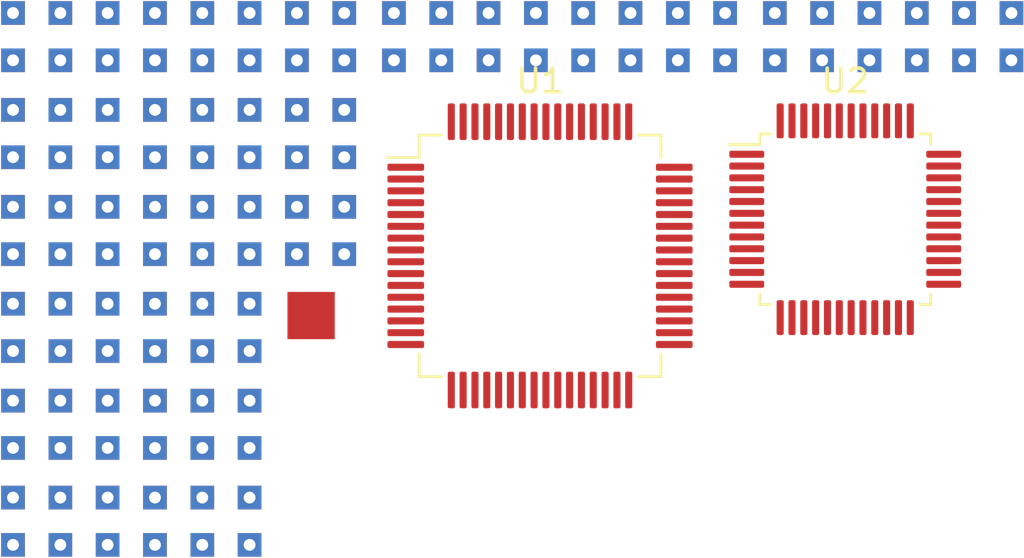
<source format=kicad_pcb>
(kicad_pcb (version 20171130) (host pcbnew 5.1.8)

  (general
    (thickness 1)
    (drawings 0)
    (tracks 0)
    (zones 0)
    (modules 11)
    (nets 114)
  )

  (page A4)
  (title_block
    (title "LQFP64-STM32-CLAMP PCB")
    (date 2020-11-13)
    (rev v0.1)
    (company sceext)
  )

  (layers
    (0 F.Cu mixed)
    (31 B.Cu mixed)
    (32 B.Adhes user)
    (33 F.Adhes user)
    (34 B.Paste user)
    (35 F.Paste user)
    (36 B.SilkS user)
    (37 F.SilkS user)
    (38 B.Mask user)
    (39 F.Mask user)
    (40 Dwgs.User user)
    (41 Cmts.User user)
    (42 Eco1.User user)
    (43 Eco2.User user)
    (44 Edge.Cuts user)
    (45 Margin user)
    (46 B.CrtYd user)
    (47 F.CrtYd user)
    (48 B.Fab user)
    (49 F.Fab user)
  )

  (setup
    (last_trace_width 0.16)
    (user_trace_width 0.2)
    (user_trace_width 0.3)
    (user_trace_width 0.4)
    (user_trace_width 0.5)
    (user_trace_width 1)
    (trace_clearance 0.16)
    (zone_clearance 0.508)
    (zone_45_only no)
    (trace_min 0.16)
    (via_size 0.6)
    (via_drill 0.3)
    (via_min_size 0.6)
    (via_min_drill 0.3)
    (user_via 0.6 0.3)
    (user_via 0.8 0.4)
    (user_via 1 0.5)
    (uvia_size 0.59)
    (uvia_drill 0.29)
    (uvias_allowed no)
    (uvia_min_size 0.59)
    (uvia_min_drill 0.29)
    (edge_width 1)
    (segment_width 0.16)
    (pcb_text_width 0.12)
    (pcb_text_size 0.5 1)
    (mod_edge_width 0.16)
    (mod_text_size 0.5 1)
    (mod_text_width 0.12)
    (pad_size 1.524 1.524)
    (pad_drill 0.762)
    (pad_to_mask_clearance 0)
    (aux_axis_origin 114 75)
    (grid_origin 120.5 64.5)
    (visible_elements FFFDFF7F)
    (pcbplotparams
      (layerselection 0x010fc_ffffffff)
      (usegerberextensions false)
      (usegerberattributes true)
      (usegerberadvancedattributes true)
      (creategerberjobfile true)
      (excludeedgelayer true)
      (linewidth 0.100000)
      (plotframeref false)
      (viasonmask false)
      (mode 1)
      (useauxorigin false)
      (hpglpennumber 1)
      (hpglpenspeed 20)
      (hpglpendiameter 15.000000)
      (psnegative false)
      (psa4output false)
      (plotreference true)
      (plotvalue true)
      (plotinvisibletext false)
      (padsonsilk false)
      (subtractmaskfromsilk false)
      (outputformat 1)
      (mirror false)
      (drillshape 1)
      (scaleselection 1)
      (outputdirectory ""))
  )

  (net 0 "")
  (net 1 GND)
  (net 2 /P116)
  (net 3 /P115)
  (net 4 /P114)
  (net 5 /P113)
  (net 6 /P112)
  (net 7 /P111)
  (net 8 /P110)
  (net 9 /P109)
  (net 10 /P108)
  (net 11 /P107)
  (net 12 /P106)
  (net 13 /P105)
  (net 14 /P104)
  (net 15 /P103)
  (net 16 /P102)
  (net 17 /P101)
  (net 18 /P132)
  (net 19 /P131)
  (net 20 /P130)
  (net 21 /P129)
  (net 22 /P128)
  (net 23 /P127)
  (net 24 /P126)
  (net 25 /P125)
  (net 26 /P124)
  (net 27 /P123)
  (net 28 /P122)
  (net 29 /P121)
  (net 30 /P120)
  (net 31 /P119)
  (net 32 /P118)
  (net 33 /P117)
  (net 34 /P148)
  (net 35 /P147)
  (net 36 /P146)
  (net 37 /P145)
  (net 38 /P144)
  (net 39 /P143)
  (net 40 /P142)
  (net 41 /P141)
  (net 42 /P140)
  (net 43 /P139)
  (net 44 /P138)
  (net 45 /P137)
  (net 46 /P136)
  (net 47 /P135)
  (net 48 /P134)
  (net 49 /P133)
  (net 50 /P164)
  (net 51 /P163)
  (net 52 /P162)
  (net 53 /P161)
  (net 54 /P160)
  (net 55 /P159)
  (net 56 /P158)
  (net 57 /P157)
  (net 58 /P156)
  (net 59 /P155)
  (net 60 /P154)
  (net 61 /P153)
  (net 62 /P152)
  (net 63 /P151)
  (net 64 /P150)
  (net 65 /P149)
  (net 66 /P212)
  (net 67 /P211)
  (net 68 /P210)
  (net 69 /P209)
  (net 70 /P208)
  (net 71 /P207)
  (net 72 /P206)
  (net 73 /P205)
  (net 74 /P204)
  (net 75 /P203)
  (net 76 /P202)
  (net 77 /P201)
  (net 78 /P224)
  (net 79 /P223)
  (net 80 /P222)
  (net 81 /P221)
  (net 82 /P220)
  (net 83 /P219)
  (net 84 /P218)
  (net 85 /P217)
  (net 86 /P216)
  (net 87 /P215)
  (net 88 /P214)
  (net 89 /P213)
  (net 90 /P236)
  (net 91 /P235)
  (net 92 /P234)
  (net 93 /P233)
  (net 94 /P232)
  (net 95 /P231)
  (net 96 /P230)
  (net 97 /P229)
  (net 98 /P228)
  (net 99 /P227)
  (net 100 /P226)
  (net 101 /P225)
  (net 102 /P248)
  (net 103 /P247)
  (net 104 /P246)
  (net 105 /P245)
  (net 106 /P244)
  (net 107 /P243)
  (net 108 /P242)
  (net 109 /P241)
  (net 110 /P240)
  (net 111 /P239)
  (net 112 /P238)
  (net 113 /P237)

  (net_class Default "This is the default net class."
    (clearance 0.16)
    (trace_width 0.16)
    (via_dia 0.6)
    (via_drill 0.3)
    (uvia_dia 0.59)
    (uvia_drill 0.29)
    (diff_pair_width 0.16)
    (diff_pair_gap 0.16)
    (add_net /P101)
    (add_net /P102)
    (add_net /P103)
    (add_net /P104)
    (add_net /P105)
    (add_net /P106)
    (add_net /P107)
    (add_net /P108)
    (add_net /P109)
    (add_net /P110)
    (add_net /P111)
    (add_net /P112)
    (add_net /P113)
    (add_net /P114)
    (add_net /P115)
    (add_net /P116)
    (add_net /P117)
    (add_net /P118)
    (add_net /P119)
    (add_net /P120)
    (add_net /P121)
    (add_net /P122)
    (add_net /P123)
    (add_net /P124)
    (add_net /P125)
    (add_net /P126)
    (add_net /P127)
    (add_net /P128)
    (add_net /P129)
    (add_net /P130)
    (add_net /P131)
    (add_net /P132)
    (add_net /P133)
    (add_net /P134)
    (add_net /P135)
    (add_net /P136)
    (add_net /P137)
    (add_net /P138)
    (add_net /P139)
    (add_net /P140)
    (add_net /P141)
    (add_net /P142)
    (add_net /P143)
    (add_net /P144)
    (add_net /P145)
    (add_net /P146)
    (add_net /P147)
    (add_net /P148)
    (add_net /P149)
    (add_net /P150)
    (add_net /P151)
    (add_net /P152)
    (add_net /P153)
    (add_net /P154)
    (add_net /P155)
    (add_net /P156)
    (add_net /P157)
    (add_net /P158)
    (add_net /P159)
    (add_net /P160)
    (add_net /P161)
    (add_net /P162)
    (add_net /P163)
    (add_net /P164)
    (add_net /P201)
    (add_net /P202)
    (add_net /P203)
    (add_net /P204)
    (add_net /P205)
    (add_net /P206)
    (add_net /P207)
    (add_net /P208)
    (add_net /P209)
    (add_net /P210)
    (add_net /P211)
    (add_net /P212)
    (add_net /P213)
    (add_net /P214)
    (add_net /P215)
    (add_net /P216)
    (add_net /P217)
    (add_net /P218)
    (add_net /P219)
    (add_net /P220)
    (add_net /P221)
    (add_net /P222)
    (add_net /P223)
    (add_net /P224)
    (add_net /P225)
    (add_net /P226)
    (add_net /P227)
    (add_net /P228)
    (add_net /P229)
    (add_net /P230)
    (add_net /P231)
    (add_net /P232)
    (add_net /P233)
    (add_net /P234)
    (add_net /P235)
    (add_net /P236)
    (add_net /P237)
    (add_net /P238)
    (add_net /P239)
    (add_net /P240)
    (add_net /P241)
    (add_net /P242)
    (add_net /P243)
    (add_net /P244)
    (add_net /P245)
    (add_net /P246)
    (add_net /P247)
    (add_net /P248)
    (add_net GND)
  )

  (module Package_QFP:LQFP-48_7x7mm_P0.5mm (layer F.Cu) (tedit 5D9F72AF) (tstamp 5FADCF5A)
    (at 164.075 86.425)
    (descr "LQFP, 48 Pin (https://www.analog.com/media/en/technical-documentation/data-sheets/ltc2358-16.pdf), generated with kicad-footprint-generator ipc_gullwing_generator.py")
    (tags "LQFP QFP")
    (path /5FADB027)
    (attr smd)
    (fp_text reference U2 (at 0 -5.85) (layer F.SilkS)
      (effects (font (size 1 1) (thickness 0.15)))
    )
    (fp_text value STM32F103C8Tx (at 0 5.85) (layer F.Fab)
      (effects (font (size 1 1) (thickness 0.15)))
    )
    (fp_text user %R (at 0 0) (layer F.Fab)
      (effects (font (size 1 1) (thickness 0.15)))
    )
    (fp_line (start 3.16 3.61) (end 3.61 3.61) (layer F.SilkS) (width 0.12))
    (fp_line (start 3.61 3.61) (end 3.61 3.16) (layer F.SilkS) (width 0.12))
    (fp_line (start -3.16 3.61) (end -3.61 3.61) (layer F.SilkS) (width 0.12))
    (fp_line (start -3.61 3.61) (end -3.61 3.16) (layer F.SilkS) (width 0.12))
    (fp_line (start 3.16 -3.61) (end 3.61 -3.61) (layer F.SilkS) (width 0.12))
    (fp_line (start 3.61 -3.61) (end 3.61 -3.16) (layer F.SilkS) (width 0.12))
    (fp_line (start -3.16 -3.61) (end -3.61 -3.61) (layer F.SilkS) (width 0.12))
    (fp_line (start -3.61 -3.61) (end -3.61 -3.16) (layer F.SilkS) (width 0.12))
    (fp_line (start -3.61 -3.16) (end -4.9 -3.16) (layer F.SilkS) (width 0.12))
    (fp_line (start -2.5 -3.5) (end 3.5 -3.5) (layer F.Fab) (width 0.1))
    (fp_line (start 3.5 -3.5) (end 3.5 3.5) (layer F.Fab) (width 0.1))
    (fp_line (start 3.5 3.5) (end -3.5 3.5) (layer F.Fab) (width 0.1))
    (fp_line (start -3.5 3.5) (end -3.5 -2.5) (layer F.Fab) (width 0.1))
    (fp_line (start -3.5 -2.5) (end -2.5 -3.5) (layer F.Fab) (width 0.1))
    (fp_line (start 0 -5.15) (end -3.15 -5.15) (layer F.CrtYd) (width 0.05))
    (fp_line (start -3.15 -5.15) (end -3.15 -3.75) (layer F.CrtYd) (width 0.05))
    (fp_line (start -3.15 -3.75) (end -3.75 -3.75) (layer F.CrtYd) (width 0.05))
    (fp_line (start -3.75 -3.75) (end -3.75 -3.15) (layer F.CrtYd) (width 0.05))
    (fp_line (start -3.75 -3.15) (end -5.15 -3.15) (layer F.CrtYd) (width 0.05))
    (fp_line (start -5.15 -3.15) (end -5.15 0) (layer F.CrtYd) (width 0.05))
    (fp_line (start 0 -5.15) (end 3.15 -5.15) (layer F.CrtYd) (width 0.05))
    (fp_line (start 3.15 -5.15) (end 3.15 -3.75) (layer F.CrtYd) (width 0.05))
    (fp_line (start 3.15 -3.75) (end 3.75 -3.75) (layer F.CrtYd) (width 0.05))
    (fp_line (start 3.75 -3.75) (end 3.75 -3.15) (layer F.CrtYd) (width 0.05))
    (fp_line (start 3.75 -3.15) (end 5.15 -3.15) (layer F.CrtYd) (width 0.05))
    (fp_line (start 5.15 -3.15) (end 5.15 0) (layer F.CrtYd) (width 0.05))
    (fp_line (start 0 5.15) (end -3.15 5.15) (layer F.CrtYd) (width 0.05))
    (fp_line (start -3.15 5.15) (end -3.15 3.75) (layer F.CrtYd) (width 0.05))
    (fp_line (start -3.15 3.75) (end -3.75 3.75) (layer F.CrtYd) (width 0.05))
    (fp_line (start -3.75 3.75) (end -3.75 3.15) (layer F.CrtYd) (width 0.05))
    (fp_line (start -3.75 3.15) (end -5.15 3.15) (layer F.CrtYd) (width 0.05))
    (fp_line (start -5.15 3.15) (end -5.15 0) (layer F.CrtYd) (width 0.05))
    (fp_line (start 0 5.15) (end 3.15 5.15) (layer F.CrtYd) (width 0.05))
    (fp_line (start 3.15 5.15) (end 3.15 3.75) (layer F.CrtYd) (width 0.05))
    (fp_line (start 3.15 3.75) (end 3.75 3.75) (layer F.CrtYd) (width 0.05))
    (fp_line (start 3.75 3.75) (end 3.75 3.15) (layer F.CrtYd) (width 0.05))
    (fp_line (start 3.75 3.15) (end 5.15 3.15) (layer F.CrtYd) (width 0.05))
    (fp_line (start 5.15 3.15) (end 5.15 0) (layer F.CrtYd) (width 0.05))
    (pad 48 smd roundrect (at -2.75 -4.1625) (size 0.3 1.475) (layers F.Cu F.Paste F.Mask) (roundrect_rratio 0.25)
      (net 102 /P248))
    (pad 47 smd roundrect (at -2.25 -4.1625) (size 0.3 1.475) (layers F.Cu F.Paste F.Mask) (roundrect_rratio 0.25)
      (net 103 /P247))
    (pad 46 smd roundrect (at -1.75 -4.1625) (size 0.3 1.475) (layers F.Cu F.Paste F.Mask) (roundrect_rratio 0.25)
      (net 104 /P246))
    (pad 45 smd roundrect (at -1.25 -4.1625) (size 0.3 1.475) (layers F.Cu F.Paste F.Mask) (roundrect_rratio 0.25)
      (net 105 /P245))
    (pad 44 smd roundrect (at -0.75 -4.1625) (size 0.3 1.475) (layers F.Cu F.Paste F.Mask) (roundrect_rratio 0.25)
      (net 106 /P244))
    (pad 43 smd roundrect (at -0.25 -4.1625) (size 0.3 1.475) (layers F.Cu F.Paste F.Mask) (roundrect_rratio 0.25)
      (net 107 /P243))
    (pad 42 smd roundrect (at 0.25 -4.1625) (size 0.3 1.475) (layers F.Cu F.Paste F.Mask) (roundrect_rratio 0.25)
      (net 108 /P242))
    (pad 41 smd roundrect (at 0.75 -4.1625) (size 0.3 1.475) (layers F.Cu F.Paste F.Mask) (roundrect_rratio 0.25)
      (net 109 /P241))
    (pad 40 smd roundrect (at 1.25 -4.1625) (size 0.3 1.475) (layers F.Cu F.Paste F.Mask) (roundrect_rratio 0.25)
      (net 110 /P240))
    (pad 39 smd roundrect (at 1.75 -4.1625) (size 0.3 1.475) (layers F.Cu F.Paste F.Mask) (roundrect_rratio 0.25)
      (net 111 /P239))
    (pad 38 smd roundrect (at 2.25 -4.1625) (size 0.3 1.475) (layers F.Cu F.Paste F.Mask) (roundrect_rratio 0.25)
      (net 112 /P238))
    (pad 37 smd roundrect (at 2.75 -4.1625) (size 0.3 1.475) (layers F.Cu F.Paste F.Mask) (roundrect_rratio 0.25)
      (net 113 /P237))
    (pad 36 smd roundrect (at 4.1625 -2.75) (size 1.475 0.3) (layers F.Cu F.Paste F.Mask) (roundrect_rratio 0.25)
      (net 90 /P236))
    (pad 35 smd roundrect (at 4.1625 -2.25) (size 1.475 0.3) (layers F.Cu F.Paste F.Mask) (roundrect_rratio 0.25)
      (net 91 /P235))
    (pad 34 smd roundrect (at 4.1625 -1.75) (size 1.475 0.3) (layers F.Cu F.Paste F.Mask) (roundrect_rratio 0.25)
      (net 92 /P234))
    (pad 33 smd roundrect (at 4.1625 -1.25) (size 1.475 0.3) (layers F.Cu F.Paste F.Mask) (roundrect_rratio 0.25)
      (net 93 /P233))
    (pad 32 smd roundrect (at 4.1625 -0.75) (size 1.475 0.3) (layers F.Cu F.Paste F.Mask) (roundrect_rratio 0.25)
      (net 94 /P232))
    (pad 31 smd roundrect (at 4.1625 -0.25) (size 1.475 0.3) (layers F.Cu F.Paste F.Mask) (roundrect_rratio 0.25)
      (net 95 /P231))
    (pad 30 smd roundrect (at 4.1625 0.25) (size 1.475 0.3) (layers F.Cu F.Paste F.Mask) (roundrect_rratio 0.25)
      (net 96 /P230))
    (pad 29 smd roundrect (at 4.1625 0.75) (size 1.475 0.3) (layers F.Cu F.Paste F.Mask) (roundrect_rratio 0.25)
      (net 97 /P229))
    (pad 28 smd roundrect (at 4.1625 1.25) (size 1.475 0.3) (layers F.Cu F.Paste F.Mask) (roundrect_rratio 0.25)
      (net 98 /P228))
    (pad 27 smd roundrect (at 4.1625 1.75) (size 1.475 0.3) (layers F.Cu F.Paste F.Mask) (roundrect_rratio 0.25)
      (net 99 /P227))
    (pad 26 smd roundrect (at 4.1625 2.25) (size 1.475 0.3) (layers F.Cu F.Paste F.Mask) (roundrect_rratio 0.25)
      (net 100 /P226))
    (pad 25 smd roundrect (at 4.1625 2.75) (size 1.475 0.3) (layers F.Cu F.Paste F.Mask) (roundrect_rratio 0.25)
      (net 101 /P225))
    (pad 24 smd roundrect (at 2.75 4.1625) (size 0.3 1.475) (layers F.Cu F.Paste F.Mask) (roundrect_rratio 0.25)
      (net 78 /P224))
    (pad 23 smd roundrect (at 2.25 4.1625) (size 0.3 1.475) (layers F.Cu F.Paste F.Mask) (roundrect_rratio 0.25)
      (net 79 /P223))
    (pad 22 smd roundrect (at 1.75 4.1625) (size 0.3 1.475) (layers F.Cu F.Paste F.Mask) (roundrect_rratio 0.25)
      (net 80 /P222))
    (pad 21 smd roundrect (at 1.25 4.1625) (size 0.3 1.475) (layers F.Cu F.Paste F.Mask) (roundrect_rratio 0.25)
      (net 81 /P221))
    (pad 20 smd roundrect (at 0.75 4.1625) (size 0.3 1.475) (layers F.Cu F.Paste F.Mask) (roundrect_rratio 0.25)
      (net 82 /P220))
    (pad 19 smd roundrect (at 0.25 4.1625) (size 0.3 1.475) (layers F.Cu F.Paste F.Mask) (roundrect_rratio 0.25)
      (net 83 /P219))
    (pad 18 smd roundrect (at -0.25 4.1625) (size 0.3 1.475) (layers F.Cu F.Paste F.Mask) (roundrect_rratio 0.25)
      (net 84 /P218))
    (pad 17 smd roundrect (at -0.75 4.1625) (size 0.3 1.475) (layers F.Cu F.Paste F.Mask) (roundrect_rratio 0.25)
      (net 85 /P217))
    (pad 16 smd roundrect (at -1.25 4.1625) (size 0.3 1.475) (layers F.Cu F.Paste F.Mask) (roundrect_rratio 0.25)
      (net 86 /P216))
    (pad 15 smd roundrect (at -1.75 4.1625) (size 0.3 1.475) (layers F.Cu F.Paste F.Mask) (roundrect_rratio 0.25)
      (net 87 /P215))
    (pad 14 smd roundrect (at -2.25 4.1625) (size 0.3 1.475) (layers F.Cu F.Paste F.Mask) (roundrect_rratio 0.25)
      (net 88 /P214))
    (pad 13 smd roundrect (at -2.75 4.1625) (size 0.3 1.475) (layers F.Cu F.Paste F.Mask) (roundrect_rratio 0.25)
      (net 89 /P213))
    (pad 12 smd roundrect (at -4.1625 2.75) (size 1.475 0.3) (layers F.Cu F.Paste F.Mask) (roundrect_rratio 0.25)
      (net 66 /P212))
    (pad 11 smd roundrect (at -4.1625 2.25) (size 1.475 0.3) (layers F.Cu F.Paste F.Mask) (roundrect_rratio 0.25)
      (net 67 /P211))
    (pad 10 smd roundrect (at -4.1625 1.75) (size 1.475 0.3) (layers F.Cu F.Paste F.Mask) (roundrect_rratio 0.25)
      (net 68 /P210))
    (pad 9 smd roundrect (at -4.1625 1.25) (size 1.475 0.3) (layers F.Cu F.Paste F.Mask) (roundrect_rratio 0.25)
      (net 69 /P209))
    (pad 8 smd roundrect (at -4.1625 0.75) (size 1.475 0.3) (layers F.Cu F.Paste F.Mask) (roundrect_rratio 0.25)
      (net 70 /P208))
    (pad 7 smd roundrect (at -4.1625 0.25) (size 1.475 0.3) (layers F.Cu F.Paste F.Mask) (roundrect_rratio 0.25)
      (net 71 /P207))
    (pad 6 smd roundrect (at -4.1625 -0.25) (size 1.475 0.3) (layers F.Cu F.Paste F.Mask) (roundrect_rratio 0.25)
      (net 72 /P206))
    (pad 5 smd roundrect (at -4.1625 -0.75) (size 1.475 0.3) (layers F.Cu F.Paste F.Mask) (roundrect_rratio 0.25)
      (net 73 /P205))
    (pad 4 smd roundrect (at -4.1625 -1.25) (size 1.475 0.3) (layers F.Cu F.Paste F.Mask) (roundrect_rratio 0.25)
      (net 74 /P204))
    (pad 3 smd roundrect (at -4.1625 -1.75) (size 1.475 0.3) (layers F.Cu F.Paste F.Mask) (roundrect_rratio 0.25)
      (net 75 /P203))
    (pad 2 smd roundrect (at -4.1625 -2.25) (size 1.475 0.3) (layers F.Cu F.Paste F.Mask) (roundrect_rratio 0.25)
      (net 76 /P202))
    (pad 1 smd roundrect (at -4.1625 -2.75) (size 1.475 0.3) (layers F.Cu F.Paste F.Mask) (roundrect_rratio 0.25)
      (net 77 /P201))
    (model ${KISYS3DMOD}/Package_QFP.3dshapes/LQFP-48_7x7mm_P0.5mm.wrl
      (at (xyz 0 0 0))
      (scale (xyz 1 1 1))
      (rotate (xyz 0 0 0))
    )
  )

  (module Package_QFP:LQFP-64_10x10mm_P0.5mm (layer F.Cu) (tedit 5D9F72AF) (tstamp 5FADCEFF)
    (at 151.175 87.975)
    (descr "LQFP, 64 Pin (https://www.analog.com/media/en/technical-documentation/data-sheets/ad7606_7606-6_7606-4.pdf), generated with kicad-footprint-generator ipc_gullwing_generator.py")
    (tags "LQFP QFP")
    (path /5FAD8AE4)
    (attr smd)
    (fp_text reference U1 (at 0 -7.4) (layer F.SilkS)
      (effects (font (size 1 1) (thickness 0.15)))
    )
    (fp_text value STM32F030RCTx (at 0 7.4) (layer F.Fab)
      (effects (font (size 1 1) (thickness 0.15)))
    )
    (fp_text user %R (at 0 0) (layer F.Fab)
      (effects (font (size 1 1) (thickness 0.15)))
    )
    (fp_line (start 4.16 5.11) (end 5.11 5.11) (layer F.SilkS) (width 0.12))
    (fp_line (start 5.11 5.11) (end 5.11 4.16) (layer F.SilkS) (width 0.12))
    (fp_line (start -4.16 5.11) (end -5.11 5.11) (layer F.SilkS) (width 0.12))
    (fp_line (start -5.11 5.11) (end -5.11 4.16) (layer F.SilkS) (width 0.12))
    (fp_line (start 4.16 -5.11) (end 5.11 -5.11) (layer F.SilkS) (width 0.12))
    (fp_line (start 5.11 -5.11) (end 5.11 -4.16) (layer F.SilkS) (width 0.12))
    (fp_line (start -4.16 -5.11) (end -5.11 -5.11) (layer F.SilkS) (width 0.12))
    (fp_line (start -5.11 -5.11) (end -5.11 -4.16) (layer F.SilkS) (width 0.12))
    (fp_line (start -5.11 -4.16) (end -6.45 -4.16) (layer F.SilkS) (width 0.12))
    (fp_line (start -4 -5) (end 5 -5) (layer F.Fab) (width 0.1))
    (fp_line (start 5 -5) (end 5 5) (layer F.Fab) (width 0.1))
    (fp_line (start 5 5) (end -5 5) (layer F.Fab) (width 0.1))
    (fp_line (start -5 5) (end -5 -4) (layer F.Fab) (width 0.1))
    (fp_line (start -5 -4) (end -4 -5) (layer F.Fab) (width 0.1))
    (fp_line (start 0 -6.7) (end -4.15 -6.7) (layer F.CrtYd) (width 0.05))
    (fp_line (start -4.15 -6.7) (end -4.15 -5.25) (layer F.CrtYd) (width 0.05))
    (fp_line (start -4.15 -5.25) (end -5.25 -5.25) (layer F.CrtYd) (width 0.05))
    (fp_line (start -5.25 -5.25) (end -5.25 -4.15) (layer F.CrtYd) (width 0.05))
    (fp_line (start -5.25 -4.15) (end -6.7 -4.15) (layer F.CrtYd) (width 0.05))
    (fp_line (start -6.7 -4.15) (end -6.7 0) (layer F.CrtYd) (width 0.05))
    (fp_line (start 0 -6.7) (end 4.15 -6.7) (layer F.CrtYd) (width 0.05))
    (fp_line (start 4.15 -6.7) (end 4.15 -5.25) (layer F.CrtYd) (width 0.05))
    (fp_line (start 4.15 -5.25) (end 5.25 -5.25) (layer F.CrtYd) (width 0.05))
    (fp_line (start 5.25 -5.25) (end 5.25 -4.15) (layer F.CrtYd) (width 0.05))
    (fp_line (start 5.25 -4.15) (end 6.7 -4.15) (layer F.CrtYd) (width 0.05))
    (fp_line (start 6.7 -4.15) (end 6.7 0) (layer F.CrtYd) (width 0.05))
    (fp_line (start 0 6.7) (end -4.15 6.7) (layer F.CrtYd) (width 0.05))
    (fp_line (start -4.15 6.7) (end -4.15 5.25) (layer F.CrtYd) (width 0.05))
    (fp_line (start -4.15 5.25) (end -5.25 5.25) (layer F.CrtYd) (width 0.05))
    (fp_line (start -5.25 5.25) (end -5.25 4.15) (layer F.CrtYd) (width 0.05))
    (fp_line (start -5.25 4.15) (end -6.7 4.15) (layer F.CrtYd) (width 0.05))
    (fp_line (start -6.7 4.15) (end -6.7 0) (layer F.CrtYd) (width 0.05))
    (fp_line (start 0 6.7) (end 4.15 6.7) (layer F.CrtYd) (width 0.05))
    (fp_line (start 4.15 6.7) (end 4.15 5.25) (layer F.CrtYd) (width 0.05))
    (fp_line (start 4.15 5.25) (end 5.25 5.25) (layer F.CrtYd) (width 0.05))
    (fp_line (start 5.25 5.25) (end 5.25 4.15) (layer F.CrtYd) (width 0.05))
    (fp_line (start 5.25 4.15) (end 6.7 4.15) (layer F.CrtYd) (width 0.05))
    (fp_line (start 6.7 4.15) (end 6.7 0) (layer F.CrtYd) (width 0.05))
    (pad 64 smd roundrect (at -3.75 -5.675) (size 0.3 1.55) (layers F.Cu F.Paste F.Mask) (roundrect_rratio 0.25)
      (net 50 /P164))
    (pad 63 smd roundrect (at -3.25 -5.675) (size 0.3 1.55) (layers F.Cu F.Paste F.Mask) (roundrect_rratio 0.25)
      (net 51 /P163))
    (pad 62 smd roundrect (at -2.75 -5.675) (size 0.3 1.55) (layers F.Cu F.Paste F.Mask) (roundrect_rratio 0.25)
      (net 52 /P162))
    (pad 61 smd roundrect (at -2.25 -5.675) (size 0.3 1.55) (layers F.Cu F.Paste F.Mask) (roundrect_rratio 0.25)
      (net 53 /P161))
    (pad 60 smd roundrect (at -1.75 -5.675) (size 0.3 1.55) (layers F.Cu F.Paste F.Mask) (roundrect_rratio 0.25)
      (net 54 /P160))
    (pad 59 smd roundrect (at -1.25 -5.675) (size 0.3 1.55) (layers F.Cu F.Paste F.Mask) (roundrect_rratio 0.25)
      (net 55 /P159))
    (pad 58 smd roundrect (at -0.75 -5.675) (size 0.3 1.55) (layers F.Cu F.Paste F.Mask) (roundrect_rratio 0.25)
      (net 56 /P158))
    (pad 57 smd roundrect (at -0.25 -5.675) (size 0.3 1.55) (layers F.Cu F.Paste F.Mask) (roundrect_rratio 0.25)
      (net 57 /P157))
    (pad 56 smd roundrect (at 0.25 -5.675) (size 0.3 1.55) (layers F.Cu F.Paste F.Mask) (roundrect_rratio 0.25)
      (net 58 /P156))
    (pad 55 smd roundrect (at 0.75 -5.675) (size 0.3 1.55) (layers F.Cu F.Paste F.Mask) (roundrect_rratio 0.25)
      (net 59 /P155))
    (pad 54 smd roundrect (at 1.25 -5.675) (size 0.3 1.55) (layers F.Cu F.Paste F.Mask) (roundrect_rratio 0.25)
      (net 60 /P154))
    (pad 53 smd roundrect (at 1.75 -5.675) (size 0.3 1.55) (layers F.Cu F.Paste F.Mask) (roundrect_rratio 0.25)
      (net 61 /P153))
    (pad 52 smd roundrect (at 2.25 -5.675) (size 0.3 1.55) (layers F.Cu F.Paste F.Mask) (roundrect_rratio 0.25)
      (net 62 /P152))
    (pad 51 smd roundrect (at 2.75 -5.675) (size 0.3 1.55) (layers F.Cu F.Paste F.Mask) (roundrect_rratio 0.25)
      (net 63 /P151))
    (pad 50 smd roundrect (at 3.25 -5.675) (size 0.3 1.55) (layers F.Cu F.Paste F.Mask) (roundrect_rratio 0.25)
      (net 64 /P150))
    (pad 49 smd roundrect (at 3.75 -5.675) (size 0.3 1.55) (layers F.Cu F.Paste F.Mask) (roundrect_rratio 0.25)
      (net 65 /P149))
    (pad 48 smd roundrect (at 5.675 -3.75) (size 1.55 0.3) (layers F.Cu F.Paste F.Mask) (roundrect_rratio 0.25)
      (net 34 /P148))
    (pad 47 smd roundrect (at 5.675 -3.25) (size 1.55 0.3) (layers F.Cu F.Paste F.Mask) (roundrect_rratio 0.25)
      (net 35 /P147))
    (pad 46 smd roundrect (at 5.675 -2.75) (size 1.55 0.3) (layers F.Cu F.Paste F.Mask) (roundrect_rratio 0.25)
      (net 36 /P146))
    (pad 45 smd roundrect (at 5.675 -2.25) (size 1.55 0.3) (layers F.Cu F.Paste F.Mask) (roundrect_rratio 0.25)
      (net 37 /P145))
    (pad 44 smd roundrect (at 5.675 -1.75) (size 1.55 0.3) (layers F.Cu F.Paste F.Mask) (roundrect_rratio 0.25)
      (net 38 /P144))
    (pad 43 smd roundrect (at 5.675 -1.25) (size 1.55 0.3) (layers F.Cu F.Paste F.Mask) (roundrect_rratio 0.25)
      (net 39 /P143))
    (pad 42 smd roundrect (at 5.675 -0.75) (size 1.55 0.3) (layers F.Cu F.Paste F.Mask) (roundrect_rratio 0.25)
      (net 40 /P142))
    (pad 41 smd roundrect (at 5.675 -0.25) (size 1.55 0.3) (layers F.Cu F.Paste F.Mask) (roundrect_rratio 0.25)
      (net 41 /P141))
    (pad 40 smd roundrect (at 5.675 0.25) (size 1.55 0.3) (layers F.Cu F.Paste F.Mask) (roundrect_rratio 0.25)
      (net 42 /P140))
    (pad 39 smd roundrect (at 5.675 0.75) (size 1.55 0.3) (layers F.Cu F.Paste F.Mask) (roundrect_rratio 0.25)
      (net 43 /P139))
    (pad 38 smd roundrect (at 5.675 1.25) (size 1.55 0.3) (layers F.Cu F.Paste F.Mask) (roundrect_rratio 0.25)
      (net 44 /P138))
    (pad 37 smd roundrect (at 5.675 1.75) (size 1.55 0.3) (layers F.Cu F.Paste F.Mask) (roundrect_rratio 0.25)
      (net 45 /P137))
    (pad 36 smd roundrect (at 5.675 2.25) (size 1.55 0.3) (layers F.Cu F.Paste F.Mask) (roundrect_rratio 0.25)
      (net 46 /P136))
    (pad 35 smd roundrect (at 5.675 2.75) (size 1.55 0.3) (layers F.Cu F.Paste F.Mask) (roundrect_rratio 0.25)
      (net 47 /P135))
    (pad 34 smd roundrect (at 5.675 3.25) (size 1.55 0.3) (layers F.Cu F.Paste F.Mask) (roundrect_rratio 0.25)
      (net 48 /P134))
    (pad 33 smd roundrect (at 5.675 3.75) (size 1.55 0.3) (layers F.Cu F.Paste F.Mask) (roundrect_rratio 0.25)
      (net 49 /P133))
    (pad 32 smd roundrect (at 3.75 5.675) (size 0.3 1.55) (layers F.Cu F.Paste F.Mask) (roundrect_rratio 0.25)
      (net 18 /P132))
    (pad 31 smd roundrect (at 3.25 5.675) (size 0.3 1.55) (layers F.Cu F.Paste F.Mask) (roundrect_rratio 0.25)
      (net 19 /P131))
    (pad 30 smd roundrect (at 2.75 5.675) (size 0.3 1.55) (layers F.Cu F.Paste F.Mask) (roundrect_rratio 0.25)
      (net 20 /P130))
    (pad 29 smd roundrect (at 2.25 5.675) (size 0.3 1.55) (layers F.Cu F.Paste F.Mask) (roundrect_rratio 0.25)
      (net 21 /P129))
    (pad 28 smd roundrect (at 1.75 5.675) (size 0.3 1.55) (layers F.Cu F.Paste F.Mask) (roundrect_rratio 0.25)
      (net 22 /P128))
    (pad 27 smd roundrect (at 1.25 5.675) (size 0.3 1.55) (layers F.Cu F.Paste F.Mask) (roundrect_rratio 0.25)
      (net 23 /P127))
    (pad 26 smd roundrect (at 0.75 5.675) (size 0.3 1.55) (layers F.Cu F.Paste F.Mask) (roundrect_rratio 0.25)
      (net 24 /P126))
    (pad 25 smd roundrect (at 0.25 5.675) (size 0.3 1.55) (layers F.Cu F.Paste F.Mask) (roundrect_rratio 0.25)
      (net 25 /P125))
    (pad 24 smd roundrect (at -0.25 5.675) (size 0.3 1.55) (layers F.Cu F.Paste F.Mask) (roundrect_rratio 0.25)
      (net 26 /P124))
    (pad 23 smd roundrect (at -0.75 5.675) (size 0.3 1.55) (layers F.Cu F.Paste F.Mask) (roundrect_rratio 0.25)
      (net 27 /P123))
    (pad 22 smd roundrect (at -1.25 5.675) (size 0.3 1.55) (layers F.Cu F.Paste F.Mask) (roundrect_rratio 0.25)
      (net 28 /P122))
    (pad 21 smd roundrect (at -1.75 5.675) (size 0.3 1.55) (layers F.Cu F.Paste F.Mask) (roundrect_rratio 0.25)
      (net 29 /P121))
    (pad 20 smd roundrect (at -2.25 5.675) (size 0.3 1.55) (layers F.Cu F.Paste F.Mask) (roundrect_rratio 0.25)
      (net 30 /P120))
    (pad 19 smd roundrect (at -2.75 5.675) (size 0.3 1.55) (layers F.Cu F.Paste F.Mask) (roundrect_rratio 0.25)
      (net 31 /P119))
    (pad 18 smd roundrect (at -3.25 5.675) (size 0.3 1.55) (layers F.Cu F.Paste F.Mask) (roundrect_rratio 0.25)
      (net 32 /P118))
    (pad 17 smd roundrect (at -3.75 5.675) (size 0.3 1.55) (layers F.Cu F.Paste F.Mask) (roundrect_rratio 0.25)
      (net 33 /P117))
    (pad 16 smd roundrect (at -5.675 3.75) (size 1.55 0.3) (layers F.Cu F.Paste F.Mask) (roundrect_rratio 0.25)
      (net 2 /P116))
    (pad 15 smd roundrect (at -5.675 3.25) (size 1.55 0.3) (layers F.Cu F.Paste F.Mask) (roundrect_rratio 0.25)
      (net 3 /P115))
    (pad 14 smd roundrect (at -5.675 2.75) (size 1.55 0.3) (layers F.Cu F.Paste F.Mask) (roundrect_rratio 0.25)
      (net 4 /P114))
    (pad 13 smd roundrect (at -5.675 2.25) (size 1.55 0.3) (layers F.Cu F.Paste F.Mask) (roundrect_rratio 0.25)
      (net 5 /P113))
    (pad 12 smd roundrect (at -5.675 1.75) (size 1.55 0.3) (layers F.Cu F.Paste F.Mask) (roundrect_rratio 0.25)
      (net 6 /P112))
    (pad 11 smd roundrect (at -5.675 1.25) (size 1.55 0.3) (layers F.Cu F.Paste F.Mask) (roundrect_rratio 0.25)
      (net 7 /P111))
    (pad 10 smd roundrect (at -5.675 0.75) (size 1.55 0.3) (layers F.Cu F.Paste F.Mask) (roundrect_rratio 0.25)
      (net 8 /P110))
    (pad 9 smd roundrect (at -5.675 0.25) (size 1.55 0.3) (layers F.Cu F.Paste F.Mask) (roundrect_rratio 0.25)
      (net 9 /P109))
    (pad 8 smd roundrect (at -5.675 -0.25) (size 1.55 0.3) (layers F.Cu F.Paste F.Mask) (roundrect_rratio 0.25)
      (net 10 /P108))
    (pad 7 smd roundrect (at -5.675 -0.75) (size 1.55 0.3) (layers F.Cu F.Paste F.Mask) (roundrect_rratio 0.25)
      (net 11 /P107))
    (pad 6 smd roundrect (at -5.675 -1.25) (size 1.55 0.3) (layers F.Cu F.Paste F.Mask) (roundrect_rratio 0.25)
      (net 12 /P106))
    (pad 5 smd roundrect (at -5.675 -1.75) (size 1.55 0.3) (layers F.Cu F.Paste F.Mask) (roundrect_rratio 0.25)
      (net 13 /P105))
    (pad 4 smd roundrect (at -5.675 -2.25) (size 1.55 0.3) (layers F.Cu F.Paste F.Mask) (roundrect_rratio 0.25)
      (net 14 /P104))
    (pad 3 smd roundrect (at -5.675 -2.75) (size 1.55 0.3) (layers F.Cu F.Paste F.Mask) (roundrect_rratio 0.25)
      (net 15 /P103))
    (pad 2 smd roundrect (at -5.675 -3.25) (size 1.55 0.3) (layers F.Cu F.Paste F.Mask) (roundrect_rratio 0.25)
      (net 16 /P102))
    (pad 1 smd roundrect (at -5.675 -3.75) (size 1.55 0.3) (layers F.Cu F.Paste F.Mask) (roundrect_rratio 0.25)
      (net 17 /P101))
    (model ${KISYS3DMOD}/Package_QFP.3dshapes/LQFP-64_10x10mm_P0.5mm.wrl
      (at (xyz 0 0 0))
      (scale (xyz 1 1 1))
      (rotate (xyz 0 0 0))
    )
  )

  (module fmlibf:JD_12P_2.0mm (layer F.Cu) (tedit 5FAD6EE3) (tstamp 5FADCE94)
    (at 133.9 99.2)
    (path /5FB0A88E)
    (fp_text reference J8 (at 0 2.5) (layer F.SilkS) hide
      (effects (font (size 1 1) (thickness 0.15)))
    )
    (fp_text value Conn_01x12 (at 0 -2.5) (layer F.Fab) hide
      (effects (font (size 1 1) (thickness 0.15)))
    )
    (fp_line (start -5.5 -1.5) (end 5.5 -1.5) (layer F.CrtYd) (width 0.1))
    (fp_line (start 5.5 -1.5) (end 5.5 1.5) (layer F.CrtYd) (width 0.1))
    (fp_line (start 5.5 1.5) (end -5.5 1.5) (layer F.CrtYd) (width 0.1))
    (fp_line (start -5.5 1.5) (end -5.5 -1.5) (layer F.CrtYd) (width 0.1))
    (fp_line (start -5.5 -1.5) (end 5.5 -1.5) (layer B.CrtYd) (width 0.1))
    (fp_line (start 5.5 -1.5) (end 5.5 1.5) (layer B.CrtYd) (width 0.1))
    (fp_line (start 5.5 1.5) (end -5.5 1.5) (layer B.CrtYd) (width 0.1))
    (fp_line (start -5.5 1.5) (end -5.5 -1.5) (layer B.CrtYd) (width 0.1))
    (pad 12 thru_hole rect (at 5 1) (size 1 1) (drill 0.5) (layers *.Cu *.Paste *.Mask)
      (net 102 /P248))
    (pad 11 thru_hole rect (at 5 -1) (size 1 1) (drill 0.5) (layers *.Cu *.Paste *.Mask)
      (net 103 /P247))
    (pad 10 thru_hole rect (at 3 1) (size 1 1) (drill 0.5) (layers *.Cu *.Paste *.Mask)
      (net 104 /P246))
    (pad 9 thru_hole rect (at 3 -1) (size 1 1) (drill 0.5) (layers *.Cu *.Paste *.Mask)
      (net 105 /P245))
    (pad 8 thru_hole rect (at 1 1) (size 1 1) (drill 0.5) (layers *.Cu *.Paste *.Mask)
      (net 106 /P244))
    (pad 7 thru_hole rect (at 1 -1) (size 1 1) (drill 0.5) (layers *.Cu *.Paste *.Mask)
      (net 107 /P243))
    (pad 6 thru_hole rect (at -1 1) (size 1 1) (drill 0.5) (layers *.Cu *.Paste *.Mask)
      (net 108 /P242))
    (pad 5 thru_hole rect (at -1 -1) (size 1 1) (drill 0.5) (layers *.Cu *.Paste *.Mask)
      (net 109 /P241))
    (pad 4 thru_hole rect (at -3 1) (size 1 1) (drill 0.5) (layers *.Cu *.Paste *.Mask)
      (net 110 /P240))
    (pad 3 thru_hole rect (at -3 -1) (size 1 1) (drill 0.5) (layers *.Cu *.Paste *.Mask)
      (net 111 /P239))
    (pad 2 thru_hole rect (at -5 1) (size 1 1) (drill 0.5) (layers *.Cu *.Paste *.Mask)
      (net 112 /P238))
    (pad 1 thru_hole rect (at -5 -1) (size 1 1) (drill 0.5) (layers *.Cu *.Paste *.Mask)
      (net 113 /P237))
  )

  (module fmlibf:JD_12P_2.0mm (layer F.Cu) (tedit 5FAD6EE3) (tstamp 5FADCE7C)
    (at 166.1 78.7)
    (path /5FB0A18C)
    (fp_text reference J7 (at 0 2.5) (layer F.SilkS) hide
      (effects (font (size 1 1) (thickness 0.15)))
    )
    (fp_text value Conn_01x12 (at 0 -2.5) (layer F.Fab) hide
      (effects (font (size 1 1) (thickness 0.15)))
    )
    (fp_line (start -5.5 -1.5) (end 5.5 -1.5) (layer F.CrtYd) (width 0.1))
    (fp_line (start 5.5 -1.5) (end 5.5 1.5) (layer F.CrtYd) (width 0.1))
    (fp_line (start 5.5 1.5) (end -5.5 1.5) (layer F.CrtYd) (width 0.1))
    (fp_line (start -5.5 1.5) (end -5.5 -1.5) (layer F.CrtYd) (width 0.1))
    (fp_line (start -5.5 -1.5) (end 5.5 -1.5) (layer B.CrtYd) (width 0.1))
    (fp_line (start 5.5 -1.5) (end 5.5 1.5) (layer B.CrtYd) (width 0.1))
    (fp_line (start 5.5 1.5) (end -5.5 1.5) (layer B.CrtYd) (width 0.1))
    (fp_line (start -5.5 1.5) (end -5.5 -1.5) (layer B.CrtYd) (width 0.1))
    (pad 12 thru_hole rect (at 5 1) (size 1 1) (drill 0.5) (layers *.Cu *.Paste *.Mask)
      (net 90 /P236))
    (pad 11 thru_hole rect (at 5 -1) (size 1 1) (drill 0.5) (layers *.Cu *.Paste *.Mask)
      (net 91 /P235))
    (pad 10 thru_hole rect (at 3 1) (size 1 1) (drill 0.5) (layers *.Cu *.Paste *.Mask)
      (net 92 /P234))
    (pad 9 thru_hole rect (at 3 -1) (size 1 1) (drill 0.5) (layers *.Cu *.Paste *.Mask)
      (net 93 /P233))
    (pad 8 thru_hole rect (at 1 1) (size 1 1) (drill 0.5) (layers *.Cu *.Paste *.Mask)
      (net 94 /P232))
    (pad 7 thru_hole rect (at 1 -1) (size 1 1) (drill 0.5) (layers *.Cu *.Paste *.Mask)
      (net 95 /P231))
    (pad 6 thru_hole rect (at -1 1) (size 1 1) (drill 0.5) (layers *.Cu *.Paste *.Mask)
      (net 96 /P230))
    (pad 5 thru_hole rect (at -1 -1) (size 1 1) (drill 0.5) (layers *.Cu *.Paste *.Mask)
      (net 97 /P229))
    (pad 4 thru_hole rect (at -3 1) (size 1 1) (drill 0.5) (layers *.Cu *.Paste *.Mask)
      (net 98 /P228))
    (pad 3 thru_hole rect (at -3 -1) (size 1 1) (drill 0.5) (layers *.Cu *.Paste *.Mask)
      (net 99 /P227))
    (pad 2 thru_hole rect (at -5 1) (size 1 1) (drill 0.5) (layers *.Cu *.Paste *.Mask)
      (net 100 /P226))
    (pad 1 thru_hole rect (at -5 -1) (size 1 1) (drill 0.5) (layers *.Cu *.Paste *.Mask)
      (net 101 /P225))
  )

  (module fmlibf:JD_12P_2.0mm (layer F.Cu) (tedit 5FAD6EE3) (tstamp 5FADCE64)
    (at 133.9 95.1)
    (path /5FB09B3A)
    (fp_text reference J6 (at 0 2.5) (layer F.SilkS) hide
      (effects (font (size 1 1) (thickness 0.15)))
    )
    (fp_text value Conn_01x12 (at 0 -2.5) (layer F.Fab) hide
      (effects (font (size 1 1) (thickness 0.15)))
    )
    (fp_line (start -5.5 -1.5) (end 5.5 -1.5) (layer F.CrtYd) (width 0.1))
    (fp_line (start 5.5 -1.5) (end 5.5 1.5) (layer F.CrtYd) (width 0.1))
    (fp_line (start 5.5 1.5) (end -5.5 1.5) (layer F.CrtYd) (width 0.1))
    (fp_line (start -5.5 1.5) (end -5.5 -1.5) (layer F.CrtYd) (width 0.1))
    (fp_line (start -5.5 -1.5) (end 5.5 -1.5) (layer B.CrtYd) (width 0.1))
    (fp_line (start 5.5 -1.5) (end 5.5 1.5) (layer B.CrtYd) (width 0.1))
    (fp_line (start 5.5 1.5) (end -5.5 1.5) (layer B.CrtYd) (width 0.1))
    (fp_line (start -5.5 1.5) (end -5.5 -1.5) (layer B.CrtYd) (width 0.1))
    (pad 12 thru_hole rect (at 5 1) (size 1 1) (drill 0.5) (layers *.Cu *.Paste *.Mask)
      (net 78 /P224))
    (pad 11 thru_hole rect (at 5 -1) (size 1 1) (drill 0.5) (layers *.Cu *.Paste *.Mask)
      (net 79 /P223))
    (pad 10 thru_hole rect (at 3 1) (size 1 1) (drill 0.5) (layers *.Cu *.Paste *.Mask)
      (net 80 /P222))
    (pad 9 thru_hole rect (at 3 -1) (size 1 1) (drill 0.5) (layers *.Cu *.Paste *.Mask)
      (net 81 /P221))
    (pad 8 thru_hole rect (at 1 1) (size 1 1) (drill 0.5) (layers *.Cu *.Paste *.Mask)
      (net 82 /P220))
    (pad 7 thru_hole rect (at 1 -1) (size 1 1) (drill 0.5) (layers *.Cu *.Paste *.Mask)
      (net 83 /P219))
    (pad 6 thru_hole rect (at -1 1) (size 1 1) (drill 0.5) (layers *.Cu *.Paste *.Mask)
      (net 84 /P218))
    (pad 5 thru_hole rect (at -1 -1) (size 1 1) (drill 0.5) (layers *.Cu *.Paste *.Mask)
      (net 85 /P217))
    (pad 4 thru_hole rect (at -3 1) (size 1 1) (drill 0.5) (layers *.Cu *.Paste *.Mask)
      (net 86 /P216))
    (pad 3 thru_hole rect (at -3 -1) (size 1 1) (drill 0.5) (layers *.Cu *.Paste *.Mask)
      (net 87 /P215))
    (pad 2 thru_hole rect (at -5 1) (size 1 1) (drill 0.5) (layers *.Cu *.Paste *.Mask)
      (net 88 /P214))
    (pad 1 thru_hole rect (at -5 -1) (size 1 1) (drill 0.5) (layers *.Cu *.Paste *.Mask)
      (net 89 /P213))
  )

  (module fmlibf:JD_12P_2.0mm (layer F.Cu) (tedit 5FAD6EE3) (tstamp 5FADCE4C)
    (at 133.9 91)
    (path /5FB0923A)
    (fp_text reference J5 (at 0 2.5) (layer F.SilkS) hide
      (effects (font (size 1 1) (thickness 0.15)))
    )
    (fp_text value Conn_01x12 (at 0 -2.5) (layer F.Fab) hide
      (effects (font (size 1 1) (thickness 0.15)))
    )
    (fp_line (start -5.5 -1.5) (end 5.5 -1.5) (layer F.CrtYd) (width 0.1))
    (fp_line (start 5.5 -1.5) (end 5.5 1.5) (layer F.CrtYd) (width 0.1))
    (fp_line (start 5.5 1.5) (end -5.5 1.5) (layer F.CrtYd) (width 0.1))
    (fp_line (start -5.5 1.5) (end -5.5 -1.5) (layer F.CrtYd) (width 0.1))
    (fp_line (start -5.5 -1.5) (end 5.5 -1.5) (layer B.CrtYd) (width 0.1))
    (fp_line (start 5.5 -1.5) (end 5.5 1.5) (layer B.CrtYd) (width 0.1))
    (fp_line (start 5.5 1.5) (end -5.5 1.5) (layer B.CrtYd) (width 0.1))
    (fp_line (start -5.5 1.5) (end -5.5 -1.5) (layer B.CrtYd) (width 0.1))
    (pad 12 thru_hole rect (at 5 1) (size 1 1) (drill 0.5) (layers *.Cu *.Paste *.Mask)
      (net 66 /P212))
    (pad 11 thru_hole rect (at 5 -1) (size 1 1) (drill 0.5) (layers *.Cu *.Paste *.Mask)
      (net 67 /P211))
    (pad 10 thru_hole rect (at 3 1) (size 1 1) (drill 0.5) (layers *.Cu *.Paste *.Mask)
      (net 68 /P210))
    (pad 9 thru_hole rect (at 3 -1) (size 1 1) (drill 0.5) (layers *.Cu *.Paste *.Mask)
      (net 69 /P209))
    (pad 8 thru_hole rect (at 1 1) (size 1 1) (drill 0.5) (layers *.Cu *.Paste *.Mask)
      (net 70 /P208))
    (pad 7 thru_hole rect (at 1 -1) (size 1 1) (drill 0.5) (layers *.Cu *.Paste *.Mask)
      (net 71 /P207))
    (pad 6 thru_hole rect (at -1 1) (size 1 1) (drill 0.5) (layers *.Cu *.Paste *.Mask)
      (net 72 /P206))
    (pad 5 thru_hole rect (at -1 -1) (size 1 1) (drill 0.5) (layers *.Cu *.Paste *.Mask)
      (net 73 /P205))
    (pad 4 thru_hole rect (at -3 1) (size 1 1) (drill 0.5) (layers *.Cu *.Paste *.Mask)
      (net 74 /P204))
    (pad 3 thru_hole rect (at -3 -1) (size 1 1) (drill 0.5) (layers *.Cu *.Paste *.Mask)
      (net 75 /P203))
    (pad 2 thru_hole rect (at -5 1) (size 1 1) (drill 0.5) (layers *.Cu *.Paste *.Mask)
      (net 76 /P202))
    (pad 1 thru_hole rect (at -5 -1) (size 1 1) (drill 0.5) (layers *.Cu *.Paste *.Mask)
      (net 77 /P201))
  )

  (module fmlibf:JD_16P_2.0mm (layer F.Cu) (tedit 5FAD6C7B) (tstamp 5FADCE34)
    (at 135.9 86.9)
    (path /5FAEB33D)
    (fp_text reference J4 (at 0 2.5) (layer F.SilkS) hide
      (effects (font (size 1 1) (thickness 0.15)))
    )
    (fp_text value Conn_01x16 (at 0 -2.5) (layer F.Fab) hide
      (effects (font (size 1 1) (thickness 0.15)))
    )
    (fp_line (start -7.5 -1.5) (end 7.5 -1.5) (layer F.CrtYd) (width 0.1))
    (fp_line (start 7.5 -1.5) (end 7.5 1.5) (layer F.CrtYd) (width 0.1))
    (fp_line (start 7.5 1.5) (end -7.5 1.5) (layer F.CrtYd) (width 0.1))
    (fp_line (start -7.5 1.5) (end -7.5 -1.5) (layer F.CrtYd) (width 0.1))
    (fp_line (start -7.5 -1.5) (end 7.5 -1.5) (layer B.CrtYd) (width 0.1))
    (fp_line (start 7.5 -1.5) (end 7.5 1.5) (layer B.CrtYd) (width 0.1))
    (fp_line (start 7.5 1.5) (end -7.5 1.5) (layer B.CrtYd) (width 0.1))
    (fp_line (start -7.5 1.5) (end -7.5 -1.5) (layer B.CrtYd) (width 0.1))
    (pad 16 thru_hole rect (at 7 1) (size 1 1) (drill 0.5) (layers *.Cu *.Paste *.Mask)
      (net 50 /P164))
    (pad 15 thru_hole rect (at 7 -1) (size 1 1) (drill 0.5) (layers *.Cu *.Paste *.Mask)
      (net 51 /P163))
    (pad 14 thru_hole rect (at 5 1) (size 1 1) (drill 0.5) (layers *.Cu *.Paste *.Mask)
      (net 52 /P162))
    (pad 13 thru_hole rect (at 5 -1) (size 1 1) (drill 0.5) (layers *.Cu *.Paste *.Mask)
      (net 53 /P161))
    (pad 12 thru_hole rect (at 3 1) (size 1 1) (drill 0.5) (layers *.Cu *.Paste *.Mask)
      (net 54 /P160))
    (pad 11 thru_hole rect (at 3 -1) (size 1 1) (drill 0.5) (layers *.Cu *.Paste *.Mask)
      (net 55 /P159))
    (pad 10 thru_hole rect (at 1 1) (size 1 1) (drill 0.5) (layers *.Cu *.Paste *.Mask)
      (net 56 /P158))
    (pad 9 thru_hole rect (at 1 -1) (size 1 1) (drill 0.5) (layers *.Cu *.Paste *.Mask)
      (net 57 /P157))
    (pad 8 thru_hole rect (at -1 1) (size 1 1) (drill 0.5) (layers *.Cu *.Paste *.Mask)
      (net 58 /P156))
    (pad 7 thru_hole rect (at -1 -1) (size 1 1) (drill 0.5) (layers *.Cu *.Paste *.Mask)
      (net 59 /P155))
    (pad 6 thru_hole rect (at -3 1) (size 1 1) (drill 0.5) (layers *.Cu *.Paste *.Mask)
      (net 60 /P154))
    (pad 5 thru_hole rect (at -3 -1) (size 1 1) (drill 0.5) (layers *.Cu *.Paste *.Mask)
      (net 61 /P153))
    (pad 4 thru_hole rect (at -5 1) (size 1 1) (drill 0.5) (layers *.Cu *.Paste *.Mask)
      (net 62 /P152))
    (pad 3 thru_hole rect (at -5 -1) (size 1 1) (drill 0.5) (layers *.Cu *.Paste *.Mask)
      (net 63 /P151))
    (pad 2 thru_hole rect (at -7 1) (size 1 1) (drill 0.5) (layers *.Cu *.Paste *.Mask)
      (net 64 /P150))
    (pad 1 thru_hole rect (at -7 -1) (size 1 1) (drill 0.5) (layers *.Cu *.Paste *.Mask)
      (net 65 /P149))
  )

  (module fmlibf:JD_16P_2.0mm (layer F.Cu) (tedit 5FAD6C7B) (tstamp 5FADCE18)
    (at 152 78.7)
    (path /5FAEAD60)
    (fp_text reference J3 (at 0 2.5) (layer F.SilkS) hide
      (effects (font (size 1 1) (thickness 0.15)))
    )
    (fp_text value Conn_01x16 (at 0 -2.5) (layer F.Fab) hide
      (effects (font (size 1 1) (thickness 0.15)))
    )
    (fp_line (start -7.5 -1.5) (end 7.5 -1.5) (layer F.CrtYd) (width 0.1))
    (fp_line (start 7.5 -1.5) (end 7.5 1.5) (layer F.CrtYd) (width 0.1))
    (fp_line (start 7.5 1.5) (end -7.5 1.5) (layer F.CrtYd) (width 0.1))
    (fp_line (start -7.5 1.5) (end -7.5 -1.5) (layer F.CrtYd) (width 0.1))
    (fp_line (start -7.5 -1.5) (end 7.5 -1.5) (layer B.CrtYd) (width 0.1))
    (fp_line (start 7.5 -1.5) (end 7.5 1.5) (layer B.CrtYd) (width 0.1))
    (fp_line (start 7.5 1.5) (end -7.5 1.5) (layer B.CrtYd) (width 0.1))
    (fp_line (start -7.5 1.5) (end -7.5 -1.5) (layer B.CrtYd) (width 0.1))
    (pad 16 thru_hole rect (at 7 1) (size 1 1) (drill 0.5) (layers *.Cu *.Paste *.Mask)
      (net 34 /P148))
    (pad 15 thru_hole rect (at 7 -1) (size 1 1) (drill 0.5) (layers *.Cu *.Paste *.Mask)
      (net 35 /P147))
    (pad 14 thru_hole rect (at 5 1) (size 1 1) (drill 0.5) (layers *.Cu *.Paste *.Mask)
      (net 36 /P146))
    (pad 13 thru_hole rect (at 5 -1) (size 1 1) (drill 0.5) (layers *.Cu *.Paste *.Mask)
      (net 37 /P145))
    (pad 12 thru_hole rect (at 3 1) (size 1 1) (drill 0.5) (layers *.Cu *.Paste *.Mask)
      (net 38 /P144))
    (pad 11 thru_hole rect (at 3 -1) (size 1 1) (drill 0.5) (layers *.Cu *.Paste *.Mask)
      (net 39 /P143))
    (pad 10 thru_hole rect (at 1 1) (size 1 1) (drill 0.5) (layers *.Cu *.Paste *.Mask)
      (net 40 /P142))
    (pad 9 thru_hole rect (at 1 -1) (size 1 1) (drill 0.5) (layers *.Cu *.Paste *.Mask)
      (net 41 /P141))
    (pad 8 thru_hole rect (at -1 1) (size 1 1) (drill 0.5) (layers *.Cu *.Paste *.Mask)
      (net 42 /P140))
    (pad 7 thru_hole rect (at -1 -1) (size 1 1) (drill 0.5) (layers *.Cu *.Paste *.Mask)
      (net 43 /P139))
    (pad 6 thru_hole rect (at -3 1) (size 1 1) (drill 0.5) (layers *.Cu *.Paste *.Mask)
      (net 44 /P138))
    (pad 5 thru_hole rect (at -3 -1) (size 1 1) (drill 0.5) (layers *.Cu *.Paste *.Mask)
      (net 45 /P137))
    (pad 4 thru_hole rect (at -5 1) (size 1 1) (drill 0.5) (layers *.Cu *.Paste *.Mask)
      (net 46 /P136))
    (pad 3 thru_hole rect (at -5 -1) (size 1 1) (drill 0.5) (layers *.Cu *.Paste *.Mask)
      (net 47 /P135))
    (pad 2 thru_hole rect (at -7 1) (size 1 1) (drill 0.5) (layers *.Cu *.Paste *.Mask)
      (net 48 /P134))
    (pad 1 thru_hole rect (at -7 -1) (size 1 1) (drill 0.5) (layers *.Cu *.Paste *.Mask)
      (net 49 /P133))
  )

  (module fmlibf:JD_16P_2.0mm (layer F.Cu) (tedit 5FAD6C7B) (tstamp 5FADCDFC)
    (at 135.9 82.8)
    (path /5FAEA4E3)
    (fp_text reference J2 (at 0 2.5) (layer F.SilkS) hide
      (effects (font (size 1 1) (thickness 0.15)))
    )
    (fp_text value Conn_01x16 (at 0 -2.5) (layer F.Fab) hide
      (effects (font (size 1 1) (thickness 0.15)))
    )
    (fp_line (start -7.5 -1.5) (end 7.5 -1.5) (layer F.CrtYd) (width 0.1))
    (fp_line (start 7.5 -1.5) (end 7.5 1.5) (layer F.CrtYd) (width 0.1))
    (fp_line (start 7.5 1.5) (end -7.5 1.5) (layer F.CrtYd) (width 0.1))
    (fp_line (start -7.5 1.5) (end -7.5 -1.5) (layer F.CrtYd) (width 0.1))
    (fp_line (start -7.5 -1.5) (end 7.5 -1.5) (layer B.CrtYd) (width 0.1))
    (fp_line (start 7.5 -1.5) (end 7.5 1.5) (layer B.CrtYd) (width 0.1))
    (fp_line (start 7.5 1.5) (end -7.5 1.5) (layer B.CrtYd) (width 0.1))
    (fp_line (start -7.5 1.5) (end -7.5 -1.5) (layer B.CrtYd) (width 0.1))
    (pad 16 thru_hole rect (at 7 1) (size 1 1) (drill 0.5) (layers *.Cu *.Paste *.Mask)
      (net 18 /P132))
    (pad 15 thru_hole rect (at 7 -1) (size 1 1) (drill 0.5) (layers *.Cu *.Paste *.Mask)
      (net 19 /P131))
    (pad 14 thru_hole rect (at 5 1) (size 1 1) (drill 0.5) (layers *.Cu *.Paste *.Mask)
      (net 20 /P130))
    (pad 13 thru_hole rect (at 5 -1) (size 1 1) (drill 0.5) (layers *.Cu *.Paste *.Mask)
      (net 21 /P129))
    (pad 12 thru_hole rect (at 3 1) (size 1 1) (drill 0.5) (layers *.Cu *.Paste *.Mask)
      (net 22 /P128))
    (pad 11 thru_hole rect (at 3 -1) (size 1 1) (drill 0.5) (layers *.Cu *.Paste *.Mask)
      (net 23 /P127))
    (pad 10 thru_hole rect (at 1 1) (size 1 1) (drill 0.5) (layers *.Cu *.Paste *.Mask)
      (net 24 /P126))
    (pad 9 thru_hole rect (at 1 -1) (size 1 1) (drill 0.5) (layers *.Cu *.Paste *.Mask)
      (net 25 /P125))
    (pad 8 thru_hole rect (at -1 1) (size 1 1) (drill 0.5) (layers *.Cu *.Paste *.Mask)
      (net 26 /P124))
    (pad 7 thru_hole rect (at -1 -1) (size 1 1) (drill 0.5) (layers *.Cu *.Paste *.Mask)
      (net 27 /P123))
    (pad 6 thru_hole rect (at -3 1) (size 1 1) (drill 0.5) (layers *.Cu *.Paste *.Mask)
      (net 28 /P122))
    (pad 5 thru_hole rect (at -3 -1) (size 1 1) (drill 0.5) (layers *.Cu *.Paste *.Mask)
      (net 29 /P121))
    (pad 4 thru_hole rect (at -5 1) (size 1 1) (drill 0.5) (layers *.Cu *.Paste *.Mask)
      (net 30 /P120))
    (pad 3 thru_hole rect (at -5 -1) (size 1 1) (drill 0.5) (layers *.Cu *.Paste *.Mask)
      (net 31 /P119))
    (pad 2 thru_hole rect (at -7 1) (size 1 1) (drill 0.5) (layers *.Cu *.Paste *.Mask)
      (net 32 /P118))
    (pad 1 thru_hole rect (at -7 -1) (size 1 1) (drill 0.5) (layers *.Cu *.Paste *.Mask)
      (net 33 /P117))
  )

  (module fmlibf:JD_16P_2.0mm (layer F.Cu) (tedit 5FAD6C7B) (tstamp 5FADCDE0)
    (at 135.9 78.7)
    (path /5FAE953D)
    (fp_text reference J1 (at 0 2.5) (layer F.SilkS) hide
      (effects (font (size 1 1) (thickness 0.15)))
    )
    (fp_text value Conn_01x16 (at 0 -2.5) (layer F.Fab) hide
      (effects (font (size 1 1) (thickness 0.15)))
    )
    (fp_line (start -7.5 -1.5) (end 7.5 -1.5) (layer F.CrtYd) (width 0.1))
    (fp_line (start 7.5 -1.5) (end 7.5 1.5) (layer F.CrtYd) (width 0.1))
    (fp_line (start 7.5 1.5) (end -7.5 1.5) (layer F.CrtYd) (width 0.1))
    (fp_line (start -7.5 1.5) (end -7.5 -1.5) (layer F.CrtYd) (width 0.1))
    (fp_line (start -7.5 -1.5) (end 7.5 -1.5) (layer B.CrtYd) (width 0.1))
    (fp_line (start 7.5 -1.5) (end 7.5 1.5) (layer B.CrtYd) (width 0.1))
    (fp_line (start 7.5 1.5) (end -7.5 1.5) (layer B.CrtYd) (width 0.1))
    (fp_line (start -7.5 1.5) (end -7.5 -1.5) (layer B.CrtYd) (width 0.1))
    (pad 16 thru_hole rect (at 7 1) (size 1 1) (drill 0.5) (layers *.Cu *.Paste *.Mask)
      (net 2 /P116))
    (pad 15 thru_hole rect (at 7 -1) (size 1 1) (drill 0.5) (layers *.Cu *.Paste *.Mask)
      (net 3 /P115))
    (pad 14 thru_hole rect (at 5 1) (size 1 1) (drill 0.5) (layers *.Cu *.Paste *.Mask)
      (net 4 /P114))
    (pad 13 thru_hole rect (at 5 -1) (size 1 1) (drill 0.5) (layers *.Cu *.Paste *.Mask)
      (net 5 /P113))
    (pad 12 thru_hole rect (at 3 1) (size 1 1) (drill 0.5) (layers *.Cu *.Paste *.Mask)
      (net 6 /P112))
    (pad 11 thru_hole rect (at 3 -1) (size 1 1) (drill 0.5) (layers *.Cu *.Paste *.Mask)
      (net 7 /P111))
    (pad 10 thru_hole rect (at 1 1) (size 1 1) (drill 0.5) (layers *.Cu *.Paste *.Mask)
      (net 8 /P110))
    (pad 9 thru_hole rect (at 1 -1) (size 1 1) (drill 0.5) (layers *.Cu *.Paste *.Mask)
      (net 9 /P109))
    (pad 8 thru_hole rect (at -1 1) (size 1 1) (drill 0.5) (layers *.Cu *.Paste *.Mask)
      (net 10 /P108))
    (pad 7 thru_hole rect (at -1 -1) (size 1 1) (drill 0.5) (layers *.Cu *.Paste *.Mask)
      (net 11 /P107))
    (pad 6 thru_hole rect (at -3 1) (size 1 1) (drill 0.5) (layers *.Cu *.Paste *.Mask)
      (net 12 /P106))
    (pad 5 thru_hole rect (at -3 -1) (size 1 1) (drill 0.5) (layers *.Cu *.Paste *.Mask)
      (net 13 /P105))
    (pad 4 thru_hole rect (at -5 1) (size 1 1) (drill 0.5) (layers *.Cu *.Paste *.Mask)
      (net 14 /P104))
    (pad 3 thru_hole rect (at -5 -1) (size 1 1) (drill 0.5) (layers *.Cu *.Paste *.Mask)
      (net 15 /P103))
    (pad 2 thru_hole rect (at -7 1) (size 1 1) (drill 0.5) (layers *.Cu *.Paste *.Mask)
      (net 16 /P102))
    (pad 1 thru_hole rect (at -7 -1) (size 1 1) (drill 0.5) (layers *.Cu *.Paste *.Mask)
      (net 17 /P101))
  )

  (module fmlibf:JS_2x2mm (layer F.Cu) (tedit 5FAD6B12) (tstamp 5FADCDC4)
    (at 141.5 90.5)
    (path /5FAE6DAB)
    (attr smd)
    (fp_text reference J0 (at 0 2) (layer F.SilkS) hide
      (effects (font (size 1 1) (thickness 0.15)))
    )
    (fp_text value Conn_01x01 (at 0 -2) (layer F.Fab) hide
      (effects (font (size 1 1) (thickness 0.15)))
    )
    (fp_line (start -1 -1) (end 1 -1) (layer F.CrtYd) (width 0.1))
    (fp_line (start 1 -1) (end 1 1) (layer F.CrtYd) (width 0.1))
    (fp_line (start 1 1) (end -1 1) (layer F.CrtYd) (width 0.1))
    (fp_line (start -1 1) (end -1 -1) (layer F.CrtYd) (width 0.1))
    (pad 1 smd rect (at 0 0) (size 2 2) (layers F.Cu F.Paste F.Mask)
      (net 1 GND))
  )

)

</source>
